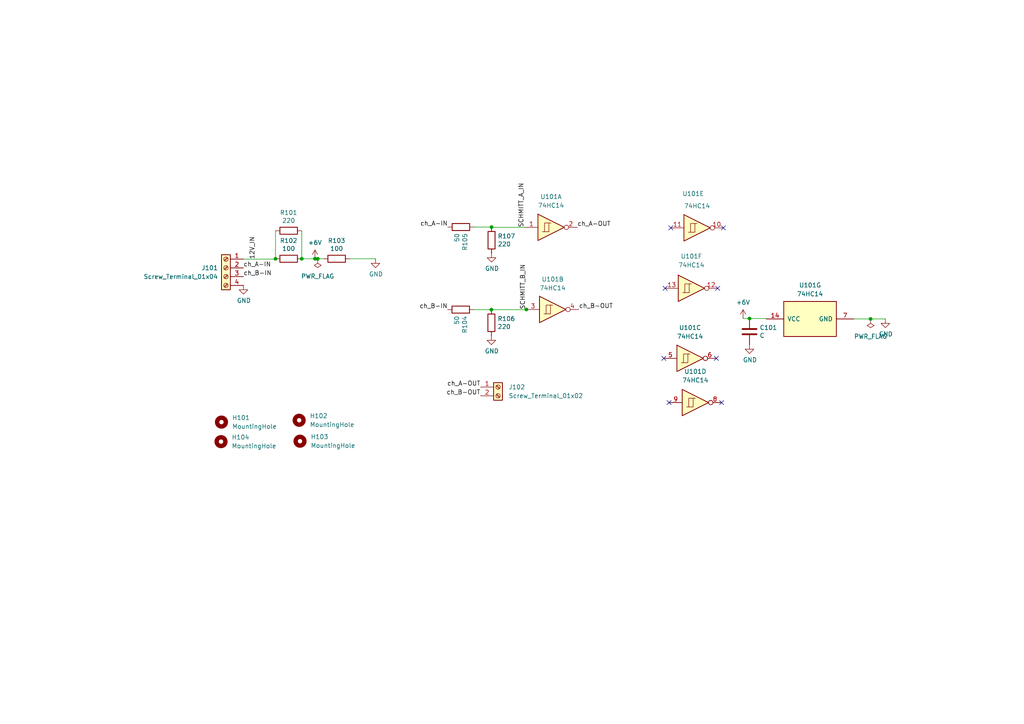
<source format=kicad_sch>
(kicad_sch (version 20230121) (generator eeschema)
  (paper "A4")
  (lib_symbols
    (symbol "74xx:74HC14" (pin_names (offset 1.016))
      (property "Reference" "U" (at 0 1.27 0))
      (property "Value" "74HC14" (at 0 -1.27 0))
      (symbol "74HC14_1_0"
        (polyline (pts (xy -3.81 3.81) (xy -3.81 -3.81) (xy 3.81 0) (xy -3.81 3.81)) (stroke (width 0.254)) (fill (type background)))
        (pin input line (at -7.62 0 0) (length 3.81) (name "~") (number "1"))
        (pin output inverted (at 7.62 0 180) (length 3.81) (name "~") (number "2"))
      )
      (symbol "74HC14_1_1"
        (polyline (pts (xy -1.905 -1.27) (xy -1.905 1.27) (xy -0.635 1.27)))
        (polyline (pts (xy -2.54 -1.27) (xy -0.635 -1.27) (xy -0.635 1.27) (xy 0 1.27)))
      )
      (symbol "74HC14_2_0"
        (polyline (pts (xy -3.81 3.81) (xy -3.81 -3.81) (xy 3.81 0) (xy -3.81 3.81)) (stroke (width 0.254)) (fill (type background)))
        (pin input line (at -7.62 0 0) (length 3.81) (name "~") (number "3"))
        (pin output inverted (at 7.62 0 180) (length 3.81) (name "~") (number "4"))
      )
      (symbol "74HC14_2_1"
        (polyline (pts (xy -1.905 -1.27) (xy -1.905 1.27) (xy -0.635 1.27)))
        (polyline (pts (xy -2.54 -1.27) (xy -0.635 -1.27) (xy -0.635 1.27) (xy 0 1.27)))
      )
      (symbol "74HC14_3_0"
        (polyline (pts (xy -3.81 3.81) (xy -3.81 -3.81) (xy 3.81 0) (xy -3.81 3.81)) (stroke (width 0.254)) (fill (type background)))
        (pin input line (at -7.62 0 0) (length 3.81) (name "~") (number "5"))
        (pin output inverted (at 7.62 0 180) (length 3.81) (name "~") (number "6"))
      )
      (symbol "74HC14_3_1"
        (polyline (pts (xy -1.905 -1.27) (xy -1.905 1.27) (xy -0.635 1.27)))
        (polyline (pts (xy -2.54 -1.27) (xy -0.635 -1.27) (xy -0.635 1.27) (xy 0 1.27)))
      )
      (symbol "74HC14_4_0"
        (polyline (pts (xy -3.81 3.81) (xy -3.81 -3.81) (xy 3.81 0) (xy -3.81 3.81)) (stroke (width 0.254)) (fill (type background)))
        (pin output inverted (at 7.62 0 180) (length 3.81) (name "~") (number "8"))
        (pin input line (at -7.62 0 0) (length 3.81) (name "~") (number "9"))
      )
      (symbol "74HC14_4_1"
        (polyline (pts (xy -1.905 -1.27) (xy -1.905 1.27) (xy -0.635 1.27)))
        (polyline (pts (xy -2.54 -1.27) (xy -0.635 -1.27) (xy -0.635 1.27) (xy 0 1.27)))
      )
      (symbol "74HC14_5_0"
        (polyline (pts (xy -3.81 3.81) (xy -3.81 -3.81) (xy 3.81 0) (xy -3.81 3.81)) (stroke (width 0.254)) (fill (type background)))
        (pin output inverted (at 7.62 0 180) (length 3.81) (name "~") (number "10"))
        (pin input line (at -7.62 0 0) (length 3.81) (name "~") (number "11"))
      )
      (symbol "74HC14_5_1"
        (polyline (pts (xy -1.905 -1.27) (xy -1.905 1.27) (xy -0.635 1.27)))
        (polyline (pts (xy -2.54 -1.27) (xy -0.635 -1.27) (xy -0.635 1.27) (xy 0 1.27)))
      )
      (symbol "74HC14_6_0"
        (polyline (pts (xy -3.81 3.81) (xy -3.81 -3.81) (xy 3.81 0) (xy -3.81 3.81)) (stroke (width 0.254)) (fill (type background)))
        (pin output inverted (at 7.62 0 180) (length 3.81) (name "~") (number "12"))
        (pin input line (at -7.62 0 0) (length 3.81) (name "~") (number "13"))
      )
      (symbol "74HC14_6_1"
        (polyline (pts (xy -1.905 -1.27) (xy -1.905 1.27) (xy -0.635 1.27)))
        (polyline (pts (xy -2.54 -1.27) (xy -0.635 -1.27) (xy -0.635 1.27) (xy 0 1.27)))
      )
      (symbol "74HC14_7_0"
        (pin power_in line (at 0 12.7 270) (length 5.08) (name "VCC") (number "14"))
        (pin power_in line (at 0 -12.7 90) (length 5.08) (name "GND") (number "7"))
      )
      (symbol "74HC14_7_1"
        (rectangle (start -5.08 7.62) (end 5.08 -7.62) (stroke (width 0.254)) (fill (type background)))
      )
    )
    (symbol "Connector:Screw_Terminal_01x02" (pin_names (offset 1.016) hide)
      (property "Reference" "J" (at 0 2.54 0))
      (property "Value" "Screw_Terminal_01x02" (at 0 -5.08 0))
      (symbol "Screw_Terminal_01x02_1_1"
        (rectangle (start -1.27 1.27) (end 1.27 -3.81) (stroke (width 0.254)) (fill (type background)))
        (circle (center 0 -2.54) (radius 0.635) (stroke (width 0.1524)))
        (polyline (pts (xy -0.5334 -2.2098) (xy 0.3302 -3.048)) (stroke (width 0.1524)))
        (polyline (pts (xy -0.5334 0.3302) (xy 0.3302 -0.508)) (stroke (width 0.1524)))
        (polyline (pts (xy -0.3556 -2.032) (xy 0.508 -2.8702)) (stroke (width 0.1524)))
        (polyline (pts (xy -0.3556 0.508) (xy 0.508 -0.3302)) (stroke (width 0.1524)))
        (circle (center 0 0) (radius 0.635) (stroke (width 0.1524)))
        (pin passive line (at -5.08 0 0) (length 3.81) (name "Pin_1") (number "1"))
        (pin passive line (at -5.08 -2.54 0) (length 3.81) (name "Pin_2") (number "2"))
      )
    )
    (symbol "Connector:Screw_Terminal_01x04" (pin_names (offset 1.016) hide)
      (property "Reference" "J" (at 0 5.08 0))
      (property "Value" "Screw_Terminal_01x04" (at 0 -7.62 0))
      (symbol "Screw_Terminal_01x04_1_1"
        (rectangle (start -1.27 3.81) (end 1.27 -6.35) (stroke (width 0.254)) (fill (type background)))
        (circle (center 0 -5.08) (radius 0.635) (stroke (width 0.1524)))
        (circle (center 0 -2.54) (radius 0.635) (stroke (width 0.1524)))
        (polyline (pts (xy -0.5334 -4.7498) (xy 0.3302 -5.588)) (stroke (width 0.1524)))
        (polyline (pts (xy -0.5334 -2.2098) (xy 0.3302 -3.048)) (stroke (width 0.1524)))
        (polyline (pts (xy -0.5334 0.3302) (xy 0.3302 -0.508)) (stroke (width 0.1524)))
        (polyline (pts (xy -0.5334 2.8702) (xy 0.3302 2.032)) (stroke (width 0.1524)))
        (polyline (pts (xy -0.3556 -4.572) (xy 0.508 -5.4102)) (stroke (width 0.1524)))
        (polyline (pts (xy -0.3556 -2.032) (xy 0.508 -2.8702)) (stroke (width 0.1524)))
        (polyline (pts (xy -0.3556 0.508) (xy 0.508 -0.3302)) (stroke (width 0.1524)))
        (polyline (pts (xy -0.3556 3.048) (xy 0.508 2.2098)) (stroke (width 0.1524)))
        (circle (center 0 0) (radius 0.635) (stroke (width 0.1524)))
        (circle (center 0 2.54) (radius 0.635) (stroke (width 0.1524)))
        (pin passive line (at -5.08 2.54 0) (length 3.81) (name "Pin_1") (number "1"))
        (pin passive line (at -5.08 0 0) (length 3.81) (name "Pin_2") (number "2"))
        (pin passive line (at -5.08 -2.54 0) (length 3.81) (name "Pin_3") (number "3"))
        (pin passive line (at -5.08 -5.08 0) (length 3.81) (name "Pin_4") (number "4"))
      )
    )
    (symbol "Device:C" (pin_numbers hide) (pin_names (offset 0.254))
      (property "Reference" "C" (at 0.635 2.54 0))
      (property "Value" "C" (at 0.635 -2.54 0))
      (symbol "C_0_1"
        (polyline (pts (xy -2.032 -0.762) (xy 2.032 -0.762)) (stroke (width 0.508)))
        (polyline (pts (xy -2.032 0.762) (xy 2.032 0.762)) (stroke (width 0.508)))
      )
      (symbol "C_1_1"
        (pin passive line (at 0 3.81 270) (length 2.794) (name "~") (number "1"))
        (pin passive line (at 0 -3.81 90) (length 2.794) (name "~") (number "2"))
      )
    )
    (symbol "Device:R" (pin_numbers hide) (pin_names (offset 0))
      (property "Reference" "R" (at 2.032 0 90))
      (property "Value" "R" (at 0 0 90))
      (symbol "R_0_1"
        (rectangle (start -1.016 -2.54) (end 1.016 2.54) (stroke (width 0.254)))
      )
      (symbol "R_1_1"
        (pin passive line (at 0 3.81 270) (length 1.27) (name "~") (number "1"))
        (pin passive line (at 0 -3.81 90) (length 1.27) (name "~") (number "2"))
      )
    )
    (symbol "Mechanical:MountingHole" (pin_names (offset 1.016))
      (property "Reference" "H" (at 0 5.08 0))
      (property "Value" "MountingHole" (at 0 3.175 0))
      (symbol "MountingHole_0_1"
        (circle (center 0 0) (radius 1.27) (stroke (width 1.27)))
      )
    )
    (symbol "power:+6V" (power) (pin_names (offset 0))
      (property "Value" "+6V" (at 0 3.556 0))
      (symbol "+6V_0_1"
        (polyline (pts (xy -0.762 1.27) (xy 0 2.54)))
        (polyline (pts (xy 0 0) (xy 0 2.54)))
        (polyline (pts (xy 0 2.54) (xy 0.762 1.27)))
      )
      (symbol "+6V_1_1"
        (pin power_in line (at 0 0 90) (length 0) hide (name "+6V") (number "1"))
      )
    )
    (symbol "power:GND" (power) (pin_names (offset 0))
      (property "Value" "GND" (at 0 -3.81 0))
      (symbol "GND_0_1"
        (polyline (pts (xy 0 0) (xy 0 -1.27) (xy 1.27 -1.27) (xy 0 -2.54) (xy -1.27 -1.27) (xy 0 -1.27)))
      )
      (symbol "GND_1_1"
        (pin power_in line (at 0 0 270) (length 0) hide (name "GND") (number "1"))
      )
    )
    (symbol "power:PWR_FLAG" (power) (pin_numbers hide) (pin_names (offset 0) hide)
      (property "Value" "PWR_FLAG" (at 0 3.81 0))
      (symbol "PWR_FLAG_0_0"
        (pin power_out line (at 0 0 90) (length 0) (name "pwr") (number "1"))
      )
      (symbol "PWR_FLAG_0_1"
        (polyline (pts (xy 0 0) (xy 0 1.27) (xy -1.016 1.905) (xy 0 2.54) (xy 1.016 1.905) (xy 0 1.27)))
      )
    )
  )
  (junction (at 217.3882 92.3798))
  (junction (at 252.5047 92.5068))
  (junction (at 142.5194 89.8144))
  (junction (at 152.6794 89.7636))
  (junction (at 87.5284 75.057))
  (junction (at 79.9084 75.057))
  (junction (at 142.5702 65.8622))
  (junction (at 91.3545 75.057))
  (junction (at 92.1487 75.057))
  (no_connect (at 192.913 83.6168))
  (no_connect (at 194.564 66.0908))
  (no_connect (at 209.296 116.7638))
  (no_connect (at 207.772 103.9368))
  (no_connect (at 192.532 103.9368))
  (no_connect (at 194.056 116.7638))
  (no_connect (at 208.153 83.6168))
  (no_connect (at 209.804 66.0908))
  (wire (pts (xy 142.5702 65.9384) (xy 142.5702 65.8622)))
  (wire (pts (xy 152.6794 89.8144) (xy 152.6794 89.7636)))
  (wire (pts (xy 217.3882 92.3798) (xy 222.25 92.3798)))
  (wire (pts (xy 142.5194 89.8144) (xy 152.6794 89.8144)))
  (wire (pts (xy 87.5284 75.057) (xy 91.3545 75.057)))
  (wire (pts (xy 142.5702 65.8622) (xy 137.4948 65.8622)))
  (wire (pts (xy 215.519 92.3798) (xy 217.3882 92.3798)))
  (wire (pts (xy 79.9084 66.929) (xy 79.9084 75.057)))
  (wire (pts (xy 70.612 75.1586) (xy 79.9084 75.1586)))
  (wire (pts (xy 79.9084 75.057) (xy 79.9084 75.1586)))
  (wire (pts (xy 152.6794 89.7636) (xy 152.6794 89.7382)))
  (wire (pts (xy 137.444 89.8144) (xy 137.444 89.8058)))
  (wire (pts (xy 137.444 89.8144) (xy 142.5194 89.8144)))
  (wire (pts (xy 108.9152 75.057) (xy 108.9152 75.1078)))
  (wire (pts (xy 252.5047 92.5068) (xy 256.794 92.5068)))
  (wire (pts (xy 142.5702 65.9384) (xy 152.2222 65.9384)))
  (wire (pts (xy 137.4948 65.8622) (xy 137.4948 65.8536)))
  (wire (pts (xy 87.5284 66.929) (xy 87.5284 75.057)))
  (wire (pts (xy 101.4476 75.057) (xy 108.9152 75.057)))
  (wire (pts (xy 222.25 92.3798) (xy 222.25 92.5068)))
  (wire (pts (xy 92.1487 75.057) (xy 93.8276 75.057)))
  (wire (pts (xy 247.65 92.5068) (xy 252.5047 92.5068)))
  (wire (pts (xy 91.3545 75.057) (xy 92.1487 75.057)))
  (label "12V_IN" (at 74.2195 75.1586 90))
  (label "ch_A-IN" (at 70.612 77.6986 0))
  (label "ch_A-OUT" (at 139.3698 112.268 180))
  (label "SCHMITT_A_IN" (at 152.2222 65.9384 90))
  (label "ch_A-IN" (at 129.8748 65.8536 180))
  (label "ch_A-OUT" (at 167.4622 65.9384 0))
  (label "ch_B-OUT" (at 139.3698 114.808 180))
  (label "SCHMITT_B_IN" (at 152.6794 89.7382 90))
  (label "ch_B-IN" (at 70.612 80.2386 0))
  (label "ch_B-IN" (at 129.824 89.8058 180))
  (label "ch_B-OUT" (at 167.9194 89.7636 0))
  (symbol (lib_id "Device:R") (at 97.6376 75.057 270) (unit 1)
    (property "Reference" "R103" (at 97.6376 69.7992 90))
    (property "Value" "100" (at 97.6376 72.1106 90))
    (property "Footprint" "Resistor_THT:R_Axial_DIN0204_L3.6mm_D1.6mm_P7.62mm_Horizontal" (effects hide))
  )
  (symbol (lib_id "Mechanical:MountingHole") (at 86.7664 121.8946 0) (unit 1)
    (property "Reference" "H102" (at 89.8398 120.6246 0) (effects (justify left)))
    (property "Value" "MountingHole" (at 89.8398 123.1646 0) (effects (justify left)))
    (property "Footprint" "MountingHole:MountingHole_4.3mm_M4" (effects hide))
  )
  (symbol (lib_id "power:GND") (at 70.612 82.7786 0) (unit 1)
    (property "Reference" "#PWR0101" (effects hide))
    (property "Value" "GND" (at 70.739 87.1728 0))
  )
  (symbol (lib_id "Mechanical:MountingHole") (at 64.1096 128.0922 0) (unit 1)
    (property "Reference" "H104" (at 67.183 126.8222 0) (effects (justify left)))
    (property "Value" "MountingHole" (at 67.183 129.3622 0) (effects (justify left)))
    (property "Footprint" "MountingHole:MountingHole_4.3mm_M4" (effects hide))
  )
  (symbol (lib_id "Device:R") (at 142.5194 93.6244 180) (unit 1)
    (property "Reference" "R106" (at 144.2974 92.456 0) (effects (justify right)))
    (property "Value" "220" (at 144.2974 94.7674 0) (effects (justify right)))
    (property "Footprint" "Resistor_THT:R_Axial_DIN0204_L3.6mm_D1.6mm_P7.62mm_Horizontal" (effects hide))
  )
  (symbol (lib_id "74xx:74HC14") (at 202.184 66.0908 0) (unit 5)
    (property "Reference" "U101" (at 201.041 56.1848 0))
    (property "Value" "74HC14" (at 202.184 59.7408 0))
    (property "Footprint" "Package_DIP:DIP-14_W7.62mm_Socket" (effects hide))
    (property "Datasheet" "http://www.ti.com/lit/gpn/sn74HC14" (effects hide))
    (property "Digikey_PN" "296-1643-5-ND" (effects hide))
  )
  (symbol (lib_id "power:PWR_FLAG") (at 92.1487 75.057 180) (unit 1)
    (property "Reference" "#FLG0101" (effects hide))
    (property "Value" "PWR_FLAG" (at 92.1487 80.137 0))
  )
  (symbol (lib_id "Device:R") (at 83.7184 75.057 270) (unit 1)
    (property "Reference" "R102" (at 83.7184 69.7992 90))
    (property "Value" "100" (at 83.7184 72.1106 90))
    (property "Footprint" "Resistor_THT:R_Axial_DIN0204_L3.6mm_D1.6mm_P7.62mm_Horizontal" (effects hide))
  )
  (symbol (lib_id "Connector:Screw_Terminal_01x04") (at 65.532 77.6986 0) (mirror y) (unit 1)
    (property "Reference" "J101" (at 63.246 77.6986 0) (effects (justify left)))
    (property "Value" "Screw_Terminal_01x04" (at 63.246 80.2386 0) (effects (justify left)))
    (property "Footprint" "TerminalBlock:TerminalBlock_Altech_AK300-4_P5.00mm" (effects hide))
  )
  (symbol (lib_id "Device:R") (at 133.6848 65.8536 90) (unit 1)
    (property "Reference" "R105" (at 134.8532 67.6316 0) (effects (justify right)))
    (property "Value" "50" (at 132.5418 67.6316 0) (effects (justify right)))
    (property "Footprint" "Resistor_THT:R_Axial_DIN0204_L3.6mm_D1.6mm_P7.62mm_Horizontal" (effects hide))
  )
  (symbol (lib_id "Device:R") (at 133.634 89.8058 90) (unit 1)
    (property "Reference" "R104" (at 134.8024 91.5838 0) (effects (justify right)))
    (property "Value" "50" (at 132.491 91.5838 0) (effects (justify right)))
    (property "Footprint" "Resistor_THT:R_Axial_DIN0204_L3.6mm_D1.6mm_P7.62mm_Horizontal" (effects hide))
  )
  (symbol (lib_id "Device:R") (at 83.7184 66.929 270) (unit 1)
    (property "Reference" "R101" (at 83.7184 61.6712 90))
    (property "Value" "220" (at 83.7184 63.9826 90))
    (property "Footprint" "Resistor_THT:R_Axial_DIN0204_L3.6mm_D1.6mm_P7.62mm_Horizontal" (effects hide))
  )
  (symbol (lib_id "power:+6V") (at 91.3545 75.057 0) (unit 1)
    (property "Reference" "#PWR0102" (effects hide))
    (property "Value" "+6V" (at 91.3545 70.3834 0))
  )
  (symbol (lib_id "74xx:74HC14") (at 234.95 92.5068 90) (unit 7)
    (property "Reference" "U101" (at 234.95 82.7278 90))
    (property "Value" "74HC14" (at 234.95 85.2678 90))
    (property "Footprint" "Package_DIP:DIP-14_W7.62mm_Socket" (effects hide))
    (property "Datasheet" "http://www.ti.com/lit/gpn/sn74HC14" (effects hide))
    (property "Digikey_PN" "296-1643-5-ND" (effects hide))
  )
  (symbol (lib_id "Device:C") (at 217.3882 96.1898 0) (unit 1)
    (property "Reference" "C101" (at 220.3092 95.0214 0) (effects (justify left)))
    (property "Value" "C" (at 220.3092 97.3328 0) (effects (justify left)))
    (property "Footprint" "Capacitor_THT:C_Disc_D3.0mm_W1.6mm_P2.50mm" (effects hide))
  )
  (symbol (lib_id "power:+6V") (at 215.519 92.3798 0) (unit 1)
    (property "Reference" "#PWR0106" (effects hide))
    (property "Value" "+6V" (at 215.519 87.7062 0))
  )
  (symbol (lib_id "74xx:74HC14") (at 201.676 116.7638 0) (unit 4)
    (property "Reference" "U101" (at 201.676 107.7468 0))
    (property "Value" "74HC14" (at 201.676 110.2868 0))
    (property "Footprint" "Package_DIP:DIP-14_W7.62mm_Socket" (effects hide))
    (property "Datasheet" "http://www.ti.com/lit/gpn/sn74HC14" (effects hide))
    (property "Digikey_PN" "296-1643-5-ND" (effects hide))
  )
  (symbol (lib_id "power:GND") (at 108.9152 75.1078 0) (unit 1)
    (property "Reference" "#PWR0103" (effects hide))
    (property "Value" "GND" (at 109.0422 79.502 0))
  )
  (symbol (lib_id "74xx:74HC14") (at 200.152 103.9368 0) (unit 3)
    (property "Reference" "U101" (at 200.152 95.0468 0))
    (property "Value" "74HC14" (at 200.152 97.5868 0))
    (property "Footprint" "Package_DIP:DIP-14_W7.62mm_Socket" (effects hide))
    (property "Datasheet" "http://www.ti.com/lit/gpn/sn74HC14" (effects hide))
    (property "Digikey_PN" "296-1643-5-ND" (effects hide))
  )
  (symbol (lib_id "74xx:74HC14") (at 200.533 83.6168 0) (unit 6)
    (property "Reference" "U101" (at 200.533 74.3458 0))
    (property "Value" "74HC14" (at 200.533 76.8858 0))
    (property "Footprint" "Package_DIP:DIP-14_W7.62mm_Socket" (effects hide))
    (property "Datasheet" "http://www.ti.com/lit/gpn/sn74HC14" (effects hide))
    (property "Digikey_PN" "296-1643-5-ND" (effects hide))
  )
  (symbol (lib_id "Device:R") (at 142.5702 69.6722 180) (unit 1)
    (property "Reference" "R107" (at 144.3482 68.5038 0) (effects (justify right)))
    (property "Value" "220" (at 144.3482 70.8152 0) (effects (justify right)))
    (property "Footprint" "Resistor_THT:R_Axial_DIN0204_L3.6mm_D1.6mm_P7.62mm_Horizontal" (effects hide))
  )
  (symbol (lib_id "74xx:74HC14") (at 160.2994 89.7636 0) (unit 2)
    (property "Reference" "U101" (at 160.2994 81.0006 0))
    (property "Value" "74HC14" (at 160.2994 83.5406 0))
    (property "Footprint" "Package_DIP:DIP-14_W7.62mm_Socket" (effects hide))
    (property "Datasheet" "http://www.ti.com/lit/gpn/sn74HC14" (effects hide))
    (property "Digikey_PN" "296-1643-5-ND" (effects hide))
  )
  (symbol (lib_id "Mechanical:MountingHole") (at 64.2366 122.428 0) (unit 1)
    (property "Reference" "H101" (at 67.31 121.158 0) (effects (justify left)))
    (property "Value" "MountingHole" (at 67.31 123.698 0) (effects (justify left)))
    (property "Footprint" "MountingHole:MountingHole_4.3mm_M4" (effects hide))
  )
  (symbol (lib_id "Connector:Screw_Terminal_01x02") (at 144.4498 112.268 0) (unit 1)
    (property "Reference" "J102" (at 147.4978 112.268 0) (effects (justify left)))
    (property "Value" "Screw_Terminal_01x02" (at 147.4978 114.808 0) (effects (justify left)))
    (property "Footprint" "TerminalBlock:TerminalBlock_Altech_AK300-2_P5.00mm" (effects hide))
  )
  (symbol (lib_id "power:GND") (at 217.3882 99.9998 0) (unit 1)
    (property "Reference" "#PWR0107" (effects hide))
    (property "Value" "GND" (at 217.5152 104.394 0))
  )
  (symbol (lib_id "power:GND") (at 256.794 92.5068 0) (unit 1)
    (property "Reference" "#PWR0108" (effects hide))
    (property "Value" "GND" (at 256.921 96.901 0))
  )
  (symbol (lib_id "power:GND") (at 142.5194 97.4344 0) (unit 1)
    (property "Reference" "#PWR0104" (effects hide))
    (property "Value" "GND" (at 142.6464 101.8286 0))
  )
  (symbol (lib_id "power:GND") (at 142.5702 73.4822 0) (unit 1)
    (property "Reference" "#PWR0105" (effects hide))
    (property "Value" "GND" (at 142.6972 77.8764 0))
  )
  (symbol (lib_id "Mechanical:MountingHole") (at 87.0204 127.9652 0) (unit 1)
    (property "Reference" "H103" (at 90.0938 126.6952 0) (effects (justify left)))
    (property "Value" "MountingHole" (at 90.0938 129.2352 0) (effects (justify left)))
    (property "Footprint" "MountingHole:MountingHole_4.3mm_M4" (effects hide))
  )
  (symbol (lib_id "power:PWR_FLAG") (at 252.5047 92.5068 180) (unit 1)
    (property "Reference" "#FLG0102" (effects hide))
    (property "Value" "PWR_FLAG" (at 252.5047 97.5868 0))
  )
  (symbol (lib_id "74xx:74HC14") (at 159.8422 65.9384 0) (unit 1)
    (property "Reference" "U101" (at 159.8422 57.0484 0))
    (property "Value" "74HC14" (at 159.8422 59.5884 0))
    (property "Footprint" "Package_DIP:DIP-14_W7.62mm_Socket" (effects hide))
    (property "Datasheet" "http://www.ti.com/lit/gpn/sn74HC14" (effects hide))
    (property "Digikey_PN" "296-1643-5-ND" (effects hide))
  )
)
</source>
